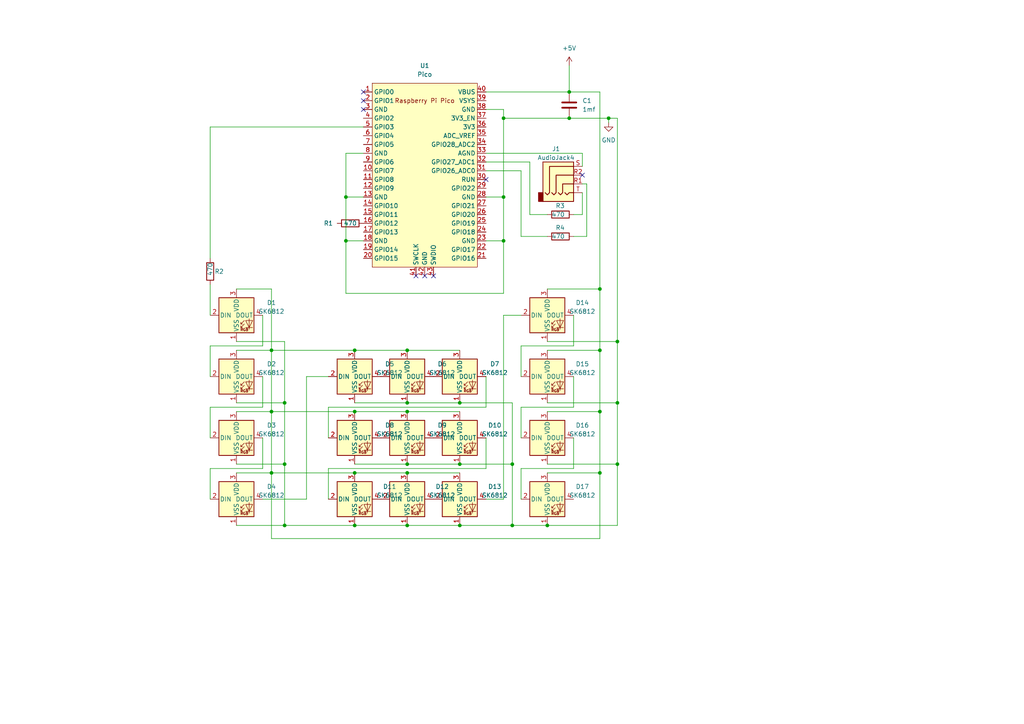
<source format=kicad_sch>
(kicad_sch (version 20230121) (generator eeschema)
  (paper "A4")
  (lib_symbols
    (symbol "Connector_Audio:AudioJack4"
      (property "Reference" "J" (at 0 8.89 0))
      (property "Value" "AudioJack4" (at 0 6.35 0))
      (symbol "AudioJack4_0_1"
        (rectangle (start -6.35 -5.08) (end -7.62 -7.62) (stroke (width 0.254)) (fill (type outline)))
        (polyline (pts (xy 0 -5.08) (xy 0.635 -5.715) (xy 1.27 -5.08) (xy 2.54 -5.08)) (stroke (width 0.254)))
        (polyline (pts (xy -5.715 -5.08) (xy -5.08 -5.715) (xy -4.445 -5.08) (xy -4.445 2.54) (xy 2.54 2.54)) (stroke (width 0.254)))
        (polyline (pts (xy -1.905 -5.08) (xy -1.27 -5.715) (xy -0.635 -5.08) (xy -0.635 -2.54) (xy 2.54 -2.54)) (stroke (width 0.254)))
        (polyline (pts (xy 2.54 0) (xy -2.54 0) (xy -2.54 -5.08) (xy -3.175 -5.715) (xy -3.81 -5.08)) (stroke (width 0.254)))
        (rectangle (start 2.54 3.81) (end -6.35 -7.62) (stroke (width 0.254)) (fill (type background)))
      )
      (symbol "AudioJack4_1_1"
        (pin passive line (at 5.08 -2.54 180) (length 2.54) (name "~") (number "R1"))
        (pin passive line (at 5.08 0 180) (length 2.54) (name "~") (number "R2"))
        (pin passive line (at 5.08 2.54 180) (length 2.54) (name "~") (number "S"))
        (pin passive line (at 5.08 -5.08 180) (length 2.54) (name "~") (number "T"))
      )
    )
    (symbol "Device:C" (pin_numbers hide) (pin_names (offset 0.254))
      (property "Reference" "C" (at 0.635 2.54 0))
      (property "Value" "C" (at 0.635 -2.54 0))
      (symbol "C_0_1"
        (polyline (pts (xy -2.032 -0.762) (xy 2.032 -0.762)) (stroke (width 0.508)))
        (polyline (pts (xy -2.032 0.762) (xy 2.032 0.762)) (stroke (width 0.508)))
      )
      (symbol "C_1_1"
        (pin passive line (at 0 3.81 270) (length 2.794) (name "~") (number "1"))
        (pin passive line (at 0 -3.81 90) (length 2.794) (name "~") (number "2"))
      )
    )
    (symbol "Device:R" (pin_numbers hide) (pin_names (offset 0))
      (property "Reference" "R" (at 2.032 0 90))
      (property "Value" "R" (at 0 0 90))
      (symbol "R_0_1"
        (rectangle (start -1.016 -2.54) (end 1.016 2.54) (stroke (width 0.254)))
      )
      (symbol "R_1_1"
        (pin passive line (at 0 3.81 270) (length 1.27) (name "~") (number "1"))
        (pin passive line (at 0 -3.81 90) (length 1.27) (name "~") (number "2"))
      )
    )
    (symbol "LED:SK6812" (pin_names (offset 0.254))
      (property "Reference" "D" (at 5.08 5.715 0))
      (property "Value" "SK6812" (at 1.27 -5.715 0))
      (symbol "SK6812_0_0"
        (text "RGB" (at 2.286 -4.191 0) (effects (font (size 0.762 0.762))))
      )
      (symbol "SK6812_0_1"
        (polyline (pts (xy 1.27 -3.556) (xy 1.778 -3.556)))
        (polyline (pts (xy 1.27 -2.54) (xy 1.778 -2.54)))
        (polyline (pts (xy 4.699 -3.556) (xy 2.667 -3.556)))
        (polyline (pts (xy 2.286 -2.54) (xy 1.27 -3.556) (xy 1.27 -3.048)))
        (polyline (pts (xy 2.286 -1.524) (xy 1.27 -2.54) (xy 1.27 -2.032)))
        (polyline (pts (xy 3.683 -1.016) (xy 3.683 -3.556) (xy 3.683 -4.064)))
        (polyline (pts (xy 4.699 -1.524) (xy 2.667 -1.524) (xy 3.683 -3.556) (xy 4.699 -1.524)))
        (rectangle (start 5.08 5.08) (end -5.08 -5.08) (stroke (width 0.254)) (fill (type background)))
      )
      (symbol "SK6812_1_1"
        (pin power_in line (at 0 -7.62 90) (length 2.54) (name "VSS") (number "1"))
        (pin input line (at -7.62 0 0) (length 2.54) (name "DIN") (number "2"))
        (pin power_in line (at 0 7.62 270) (length 2.54) (name "VDD") (number "3"))
        (pin output line (at 7.62 0 180) (length 2.54) (name "DOUT") (number "4"))
      )
    )
    (symbol "MCU_RaspberryPi_and_Boards:Pico"
      (property "Reference" "U" (at -13.97 27.94 0))
      (property "Value" "Pico" (at 0 19.05 0))
      (symbol "Pico_0_0"
        (text "Raspberry Pi Pico" (at 0 21.59 0) (effects (font (size 1.27 1.27))))
      )
      (symbol "Pico_0_1"
        (rectangle (start -15.24 26.67) (end 15.24 -26.67) (fill (type background)))
      )
      (symbol "Pico_1_1"
        (pin bidirectional line (at -17.78 24.13 0) (length 2.54) (name "GPIO0") (number "1"))
        (pin bidirectional line (at -17.78 1.27 0) (length 2.54) (name "GPIO7") (number "10"))
        (pin bidirectional line (at -17.78 -1.27 0) (length 2.54) (name "GPIO8") (number "11"))
        (pin bidirectional line (at -17.78 -3.81 0) (length 2.54) (name "GPIO9") (number "12"))
        (pin power_in line (at -17.78 -6.35 0) (length 2.54) (name "GND") (number "13"))
        (pin bidirectional line (at -17.78 -8.89 0) (length 2.54) (name "GPIO10") (number "14"))
        (pin bidirectional line (at -17.78 -11.43 0) (length 2.54) (name "GPIO11") (number "15"))
        (pin bidirectional line (at -17.78 -13.97 0) (length 2.54) (name "GPIO12") (number "16"))
        (pin bidirectional line (at -17.78 -16.51 0) (length 2.54) (name "GPIO13") (number "17"))
        (pin power_in line (at -17.78 -19.05 0) (length 2.54) (name "GND") (number "18"))
        (pin bidirectional line (at -17.78 -21.59 0) (length 2.54) (name "GPIO14") (number "19"))
        (pin bidirectional line (at -17.78 21.59 0) (length 2.54) (name "GPIO1") (number "2"))
        (pin bidirectional line (at -17.78 -24.13 0) (length 2.54) (name "GPIO15") (number "20"))
        (pin bidirectional line (at 17.78 -24.13 180) (length 2.54) (name "GPIO16") (number "21"))
        (pin bidirectional line (at 17.78 -21.59 180) (length 2.54) (name "GPIO17") (number "22"))
        (pin power_in line (at 17.78 -19.05 180) (length 2.54) (name "GND") (number "23"))
        (pin bidirectional line (at 17.78 -16.51 180) (length 2.54) (name "GPIO18") (number "24"))
        (pin bidirectional line (at 17.78 -13.97 180) (length 2.54) (name "GPIO19") (number "25"))
        (pin bidirectional line (at 17.78 -11.43 180) (length 2.54) (name "GPIO20") (number "26"))
        (pin bidirectional line (at 17.78 -8.89 180) (length 2.54) (name "GPIO21") (number "27"))
        (pin power_in line (at 17.78 -6.35 180) (length 2.54) (name "GND") (number "28"))
        (pin bidirectional line (at 17.78 -3.81 180) (length 2.54) (name "GPIO22") (number "29"))
        (pin power_in line (at -17.78 19.05 0) (length 2.54) (name "GND") (number "3"))
        (pin input line (at 17.78 -1.27 180) (length 2.54) (name "RUN") (number "30"))
        (pin bidirectional line (at 17.78 1.27 180) (length 2.54) (name "GPIO26_ADC0") (number "31"))
        (pin bidirectional line (at 17.78 3.81 180) (length 2.54) (name "GPIO27_ADC1") (number "32"))
        (pin power_in line (at 17.78 6.35 180) (length 2.54) (name "AGND") (number "33"))
        (pin bidirectional line (at 17.78 8.89 180) (length 2.54) (name "GPIO28_ADC2") (number "34"))
        (pin power_in line (at 17.78 11.43 180) (length 2.54) (name "ADC_VREF") (number "35"))
        (pin power_in line (at 17.78 13.97 180) (length 2.54) (name "3V3") (number "36"))
        (pin input line (at 17.78 16.51 180) (length 2.54) (name "3V3_EN") (number "37"))
        (pin bidirectional line (at 17.78 19.05 180) (length 2.54) (name "GND") (number "38"))
        (pin power_in line (at 17.78 21.59 180) (length 2.54) (name "VSYS") (number "39"))
        (pin bidirectional line (at -17.78 16.51 0) (length 2.54) (name "GPIO2") (number "4"))
        (pin power_in line (at 17.78 24.13 180) (length 2.54) (name "VBUS") (number "40"))
        (pin input line (at -2.54 -29.21 90) (length 2.54) (name "SWCLK") (number "41"))
        (pin power_in line (at 0 -29.21 90) (length 2.54) (name "GND") (number "42"))
        (pin bidirectional line (at 2.54 -29.21 90) (length 2.54) (name "SWDIO") (number "43"))
        (pin bidirectional line (at -17.78 13.97 0) (length 2.54) (name "GPIO3") (number "5"))
        (pin bidirectional line (at -17.78 11.43 0) (length 2.54) (name "GPIO4") (number "6"))
        (pin bidirectional line (at -17.78 8.89 0) (length 2.54) (name "GPIO5") (number "7"))
        (pin power_in line (at -17.78 6.35 0) (length 2.54) (name "GND") (number "8"))
        (pin bidirectional line (at -17.78 3.81 0) (length 2.54) (name "GPIO6") (number "9"))
      )
    )
    (symbol "power:+5V" (power) (pin_names (offset 0))
      (property "Value" "+5V" (at 0 3.556 0))
      (symbol "+5V_0_1"
        (polyline (pts (xy -0.762 1.27) (xy 0 2.54)))
        (polyline (pts (xy 0 0) (xy 0 2.54)))
        (polyline (pts (xy 0 2.54) (xy 0.762 1.27)))
      )
      (symbol "+5V_1_1"
        (pin power_in line (at 0 0 90) (length 0) hide (name "+5V") (number "1"))
      )
    )
    (symbol "power:GND" (power) (pin_names (offset 0))
      (property "Value" "GND" (at 0 -3.81 0))
      (symbol "GND_0_1"
        (polyline (pts (xy 0 0) (xy 0 -1.27) (xy 1.27 -1.27) (xy 0 -2.54) (xy -1.27 -1.27) (xy 0 -1.27)))
      )
      (symbol "GND_1_1"
        (pin power_in line (at 0 0 270) (length 0) hide (name "GND") (number "1"))
      )
    )
  )
  (junction (at 82.55 116.84))
  (junction (at 165.1 34.29))
  (junction (at 102.87 152.4))
  (junction (at 118.11 116.84))
  (junction (at 78.74 137.16))
  (junction (at 100.33 69.85))
  (junction (at 158.75 152.4))
  (junction (at 146.05 69.85))
  (junction (at 118.11 134.62))
  (junction (at 78.74 119.38))
  (junction (at 133.35 134.62))
  (junction (at 133.35 152.4))
  (junction (at 146.05 34.29))
  (junction (at 78.74 101.6))
  (junction (at 173.99 137.16))
  (junction (at 179.07 99.06))
  (junction (at 173.99 119.38))
  (junction (at 118.11 119.38))
  (junction (at 148.59 152.4))
  (junction (at 118.11 101.6))
  (junction (at 82.55 152.4))
  (junction (at 173.99 101.6))
  (junction (at 165.1 26.67))
  (junction (at 102.87 101.6))
  (junction (at 118.11 152.4))
  (junction (at 100.33 57.15))
  (junction (at 102.87 137.16))
  (junction (at 102.87 119.38))
  (junction (at 173.99 83.82))
  (junction (at 82.55 134.62))
  (junction (at 148.59 134.62))
  (junction (at 179.07 116.84))
  (junction (at 118.11 137.16))
  (junction (at 176.53 34.29))
  (junction (at 179.07 134.62))
  (junction (at 133.35 116.84))
  (junction (at 146.05 57.15))
  (no_connect (at 123.19 80.01))
  (no_connect (at 105.41 26.67))
  (no_connect (at 105.41 29.21))
  (no_connect (at 120.65 80.01))
  (no_connect (at 140.97 52.07))
  (no_connect (at 105.41 31.75))
  (no_connect (at 168.91 50.8))
  (no_connect (at 125.73 80.01))
  (wire (pts (xy 140.97 118.11) (xy 95.25 118.11)))
  (wire (pts (xy 146.05 34.29) (xy 165.1 34.29)))
  (wire (pts (xy 140.97 26.67) (xy 165.1 26.67)))
  (wire (pts (xy 173.99 119.38) (xy 173.99 137.16)))
  (wire (pts (xy 100.33 69.85) (xy 105.41 69.85)))
  (wire (pts (xy 151.13 100.33) (xy 151.13 109.22)))
  (wire (pts (xy 151.13 135.89) (xy 151.13 144.78)))
  (wire (pts (xy 173.99 137.16) (xy 173.99 156.21)))
  (wire (pts (xy 173.99 26.67) (xy 173.99 83.82)))
  (wire (pts (xy 78.74 83.82) (xy 68.58 83.82)))
  (wire (pts (xy 146.05 91.44) (xy 151.13 91.44)))
  (wire (pts (xy 173.99 26.67) (xy 165.1 26.67)))
  (wire (pts (xy 140.97 44.45) (xy 168.91 44.45)))
  (wire (pts (xy 78.74 101.6) (xy 102.87 101.6)))
  (wire (pts (xy 170.18 68.58) (xy 166.37 68.58)))
  (wire (pts (xy 100.33 85.09) (xy 146.05 85.09)))
  (wire (pts (xy 60.96 118.11) (xy 60.96 127)))
  (wire (pts (xy 76.2 100.33) (xy 60.96 100.33)))
  (wire (pts (xy 60.96 100.33) (xy 60.96 109.22)))
  (wire (pts (xy 176.53 34.29) (xy 179.07 34.29)))
  (wire (pts (xy 146.05 69.85) (xy 146.05 57.15)))
  (wire (pts (xy 102.87 137.16) (xy 118.11 137.16)))
  (wire (pts (xy 140.97 144.78) (xy 146.05 144.78)))
  (wire (pts (xy 146.05 144.78) (xy 146.05 91.44)))
  (wire (pts (xy 76.2 109.22) (xy 76.2 118.11)))
  (wire (pts (xy 168.91 44.45) (xy 168.91 48.26)))
  (wire (pts (xy 60.96 82.55) (xy 60.96 91.44)))
  (wire (pts (xy 82.55 152.4) (xy 102.87 152.4)))
  (wire (pts (xy 102.87 152.4) (xy 118.11 152.4)))
  (wire (pts (xy 140.97 69.85) (xy 146.05 69.85)))
  (wire (pts (xy 68.58 99.06) (xy 82.55 99.06)))
  (wire (pts (xy 76.2 118.11) (xy 60.96 118.11)))
  (wire (pts (xy 140.97 135.89) (xy 95.25 135.89)))
  (wire (pts (xy 158.75 101.6) (xy 173.99 101.6)))
  (wire (pts (xy 158.75 116.84) (xy 179.07 116.84)))
  (wire (pts (xy 78.74 101.6) (xy 78.74 119.38)))
  (wire (pts (xy 158.75 62.23) (xy 153.67 62.23)))
  (wire (pts (xy 68.58 101.6) (xy 78.74 101.6)))
  (wire (pts (xy 158.75 152.4) (xy 179.07 152.4)))
  (wire (pts (xy 95.25 118.11) (xy 95.25 127)))
  (wire (pts (xy 68.58 152.4) (xy 82.55 152.4)))
  (wire (pts (xy 102.87 116.84) (xy 118.11 116.84)))
  (wire (pts (xy 165.1 34.29) (xy 176.53 34.29)))
  (wire (pts (xy 78.74 156.21) (xy 78.74 137.16)))
  (wire (pts (xy 133.35 116.84) (xy 148.59 116.84)))
  (wire (pts (xy 82.55 134.62) (xy 82.55 152.4)))
  (wire (pts (xy 168.91 55.88) (xy 168.91 62.23)))
  (wire (pts (xy 158.75 119.38) (xy 173.99 119.38)))
  (wire (pts (xy 173.99 83.82) (xy 173.99 101.6)))
  (wire (pts (xy 140.97 109.22) (xy 140.97 118.11)))
  (wire (pts (xy 78.74 119.38) (xy 78.74 137.16)))
  (wire (pts (xy 78.74 119.38) (xy 102.87 119.38)))
  (wire (pts (xy 76.2 144.78) (xy 88.9 144.78)))
  (wire (pts (xy 148.59 152.4) (xy 158.75 152.4)))
  (wire (pts (xy 88.9 144.78) (xy 88.9 109.22)))
  (wire (pts (xy 165.1 26.67) (xy 165.1 19.05)))
  (wire (pts (xy 158.75 134.62) (xy 179.07 134.62)))
  (wire (pts (xy 118.11 116.84) (xy 133.35 116.84)))
  (wire (pts (xy 102.87 134.62) (xy 118.11 134.62)))
  (wire (pts (xy 168.91 62.23) (xy 166.37 62.23)))
  (wire (pts (xy 151.13 49.53) (xy 140.97 49.53)))
  (wire (pts (xy 68.58 134.62) (xy 82.55 134.62)))
  (wire (pts (xy 153.67 46.99) (xy 153.67 62.23)))
  (wire (pts (xy 133.35 152.4) (xy 148.59 152.4)))
  (wire (pts (xy 76.2 135.89) (xy 60.96 135.89)))
  (wire (pts (xy 173.99 156.21) (xy 78.74 156.21)))
  (wire (pts (xy 100.33 57.15) (xy 105.41 57.15)))
  (wire (pts (xy 118.11 119.38) (xy 133.35 119.38)))
  (wire (pts (xy 179.07 116.84) (xy 179.07 134.62)))
  (wire (pts (xy 68.58 116.84) (xy 82.55 116.84)))
  (wire (pts (xy 140.97 31.75) (xy 146.05 31.75)))
  (wire (pts (xy 170.18 53.34) (xy 170.18 68.58)))
  (wire (pts (xy 60.96 135.89) (xy 60.96 144.78)))
  (wire (pts (xy 68.58 137.16) (xy 78.74 137.16)))
  (wire (pts (xy 146.05 34.29) (xy 146.05 57.15)))
  (wire (pts (xy 118.11 101.6) (xy 133.35 101.6)))
  (wire (pts (xy 179.07 99.06) (xy 179.07 116.84)))
  (wire (pts (xy 118.11 116.84) (xy 118.11 115.57)))
  (wire (pts (xy 153.67 46.99) (xy 140.97 46.99)))
  (wire (pts (xy 118.11 152.4) (xy 133.35 152.4)))
  (wire (pts (xy 166.37 135.89) (xy 151.13 135.89)))
  (wire (pts (xy 100.33 69.85) (xy 100.33 85.09)))
  (wire (pts (xy 60.96 36.83) (xy 105.41 36.83)))
  (wire (pts (xy 166.37 91.44) (xy 166.37 100.33)))
  (wire (pts (xy 166.37 109.22) (xy 166.37 118.11)))
  (wire (pts (xy 148.59 116.84) (xy 148.59 134.62)))
  (wire (pts (xy 118.11 134.62) (xy 133.35 134.62)))
  (wire (pts (xy 166.37 127) (xy 166.37 135.89)))
  (wire (pts (xy 173.99 101.6) (xy 173.99 119.38)))
  (wire (pts (xy 76.2 127) (xy 76.2 135.89)))
  (wire (pts (xy 179.07 134.62) (xy 179.07 152.4)))
  (wire (pts (xy 146.05 31.75) (xy 146.05 34.29)))
  (wire (pts (xy 140.97 127) (xy 140.97 135.89)))
  (wire (pts (xy 100.33 44.45) (xy 105.41 44.45)))
  (wire (pts (xy 76.2 91.44) (xy 76.2 100.33)))
  (wire (pts (xy 102.87 119.38) (xy 118.11 119.38)))
  (wire (pts (xy 151.13 118.11) (xy 151.13 127)))
  (wire (pts (xy 151.13 68.58) (xy 151.13 49.53)))
  (wire (pts (xy 102.87 101.6) (xy 118.11 101.6)))
  (wire (pts (xy 78.74 83.82) (xy 78.74 101.6)))
  (wire (pts (xy 158.75 99.06) (xy 179.07 99.06)))
  (wire (pts (xy 166.37 100.33) (xy 151.13 100.33)))
  (wire (pts (xy 146.05 57.15) (xy 140.97 57.15)))
  (wire (pts (xy 176.53 35.56) (xy 176.53 34.29)))
  (wire (pts (xy 60.96 36.83) (xy 60.96 74.93)))
  (wire (pts (xy 68.58 119.38) (xy 78.74 119.38)))
  (wire (pts (xy 179.07 34.29) (xy 179.07 99.06)))
  (wire (pts (xy 158.75 68.58) (xy 151.13 68.58)))
  (wire (pts (xy 95.25 135.89) (xy 95.25 144.78)))
  (wire (pts (xy 78.74 137.16) (xy 102.87 137.16)))
  (wire (pts (xy 166.37 118.11) (xy 151.13 118.11)))
  (wire (pts (xy 88.9 109.22) (xy 95.25 109.22)))
  (wire (pts (xy 100.33 57.15) (xy 100.33 69.85)))
  (wire (pts (xy 148.59 134.62) (xy 148.59 152.4)))
  (wire (pts (xy 146.05 85.09) (xy 146.05 69.85)))
  (wire (pts (xy 100.33 44.45) (xy 100.33 57.15)))
  (wire (pts (xy 158.75 83.82) (xy 173.99 83.82)))
  (wire (pts (xy 118.11 137.16) (xy 133.35 137.16)))
  (wire (pts (xy 168.91 53.34) (xy 170.18 53.34)))
  (wire (pts (xy 158.75 137.16) (xy 173.99 137.16)))
  (wire (pts (xy 133.35 134.62) (xy 148.59 134.62)))
  (wire (pts (xy 82.55 116.84) (xy 82.55 134.62)))
  (wire (pts (xy 82.55 99.06) (xy 82.55 116.84)))
  (symbol (lib_id "LED:SK6812") (at 133.35 144.78 0) (unit 1)
    (property "Reference" "D13" (at 143.51 141.1321 0))
    (property "Value" "SK6812" (at 143.51 143.6721 0))
    (property "Footprint" "LED_SMD:LED_SK6812_PLCC4_5.0x5.0mm_P3.2mm" (effects hide))
    (property "Datasheet" "https://cdn-shop.adafruit.com/product-files/1138/SK6812+LED+datasheet+.pdf" (effects hide))
  )
  (symbol (lib_id "Device:R") (at 162.56 68.58 90) (unit 1)
    (property "Reference" "R4" (at 163.83 66.04 90) (effects (justify left)))
    (property "Value" "470" (at 163.83 68.58 90) (effects (justify left)))
    (property "Footprint" "Resistor_SMD:R_0805_2012Metric" (effects hide))
  )
  (symbol (lib_id "LED:SK6812") (at 118.11 127 0) (unit 1)
    (property "Reference" "D9" (at 128.27 123.3521 0))
    (property "Value" "SK6812" (at 128.27 125.8921 0))
    (property "Footprint" "LED_SMD:LED_SK6812_PLCC4_5.0x5.0mm_P3.2mm" (effects hide))
    (property "Datasheet" "https://cdn-shop.adafruit.com/product-files/1138/SK6812+LED+datasheet+.pdf" (effects hide))
  )
  (symbol (lib_id "MCU_RaspberryPi_and_Boards:Pico") (at 123.19 50.8 0) (unit 1)
    (property "Reference" "U1" (at 123.19 19.05 0))
    (property "Value" "Pico" (at 123.19 21.59 0))
    (property "Footprint" "MCU_RaspberryPi_and_Boards:RPi_Pico_SMD_TH_Voicebox" (effects hide))
  )
  (symbol (lib_id "LED:SK6812") (at 158.75 91.44 0) (unit 1)
    (property "Reference" "D14" (at 168.91 87.7921 0))
    (property "Value" "SK6812" (at 168.91 90.3321 0))
    (property "Footprint" "LED_SMD:LED_SK6812_PLCC4_5.0x5.0mm_P3.2mm" (effects hide))
    (property "Datasheet" "https://cdn-shop.adafruit.com/product-files/1138/SK6812+LED+datasheet+.pdf" (effects hide))
  )
  (symbol (lib_id "LED:SK6812") (at 158.75 144.78 0) (unit 1)
    (property "Reference" "D17" (at 168.91 141.1321 0))
    (property "Value" "SK6812" (at 168.91 143.6721 0))
    (property "Footprint" "LED_SMD:LED_SK6812_PLCC4_5.0x5.0mm_P3.2mm" (effects hide))
    (property "Datasheet" "https://cdn-shop.adafruit.com/product-files/1138/SK6812+LED+datasheet+.pdf" (effects hide))
  )
  (symbol (lib_id "LED:SK6812") (at 68.58 127 0) (unit 1)
    (property "Reference" "D3" (at 78.74 123.3521 0))
    (property "Value" "SK6812" (at 78.74 125.8921 0))
    (property "Footprint" "LED_SMD:LED_SK6812_PLCC4_5.0x5.0mm_P3.2mm" (effects hide))
    (property "Datasheet" "https://cdn-shop.adafruit.com/product-files/1138/SK6812+LED+datasheet+.pdf" (effects hide))
  )
  (symbol (lib_id "LED:SK6812") (at 118.11 144.78 0) (unit 1)
    (property "Reference" "D12" (at 128.27 141.1321 0))
    (property "Value" "SK6812" (at 128.27 143.6721 0))
    (property "Footprint" "LED_SMD:LED_SK6812_PLCC4_5.0x5.0mm_P3.2mm" (effects hide))
    (property "Datasheet" "https://cdn-shop.adafruit.com/product-files/1138/SK6812+LED+datasheet+.pdf" (effects hide))
  )
  (symbol (lib_id "Device:R") (at 101.6 64.77 90) (unit 1)
    (property "Reference" "R1" (at 95.25 64.77 90))
    (property "Value" "470" (at 101.6 64.77 90))
    (property "Footprint" "Resistor_SMD:R_0805_2012Metric" (effects hide))
  )
  (symbol (lib_id "Device:R") (at 162.56 62.23 90) (unit 1)
    (property "Reference" "R3" (at 163.83 59.69 90) (effects (justify left)))
    (property "Value" "470" (at 163.83 62.23 90) (effects (justify left)))
    (property "Footprint" "Resistor_SMD:R_0805_2012Metric" (effects hide))
  )
  (symbol (lib_id "power:GND") (at 176.53 35.56 0) (unit 1)
    (property "Reference" "#PWR04" (effects hide))
    (property "Value" "GND" (at 176.53 40.64 0))
  )
  (symbol (lib_id "LED:SK6812") (at 158.75 109.22 0) (unit 1)
    (property "Reference" "D15" (at 168.91 105.5721 0))
    (property "Value" "SK6812" (at 168.91 108.1121 0))
    (property "Footprint" "LED_SMD:LED_SK6812_PLCC4_5.0x5.0mm_P3.2mm" (effects hide))
    (property "Datasheet" "https://cdn-shop.adafruit.com/product-files/1138/SK6812+LED+datasheet+.pdf" (effects hide))
  )
  (symbol (lib_id "power:+5V") (at 165.1 19.05 0) (unit 1)
    (property "Reference" "#PWR01" (effects hide))
    (property "Value" "+5V" (at 165.1 13.97 0))
  )
  (symbol (lib_id "LED:SK6812") (at 68.58 91.44 0) (unit 1)
    (property "Reference" "D1" (at 78.74 87.7921 0))
    (property "Value" "SK6812" (at 78.74 90.3321 0))
    (property "Footprint" "LED_SMD:LED_SK6812_PLCC4_5.0x5.0mm_P3.2mm" (effects hide))
    (property "Datasheet" "https://cdn-shop.adafruit.com/product-files/1138/SK6812+LED+datasheet+.pdf" (effects hide))
  )
  (symbol (lib_id "Connector_Audio:AudioJack4") (at 163.83 50.8 0) (unit 1)
    (property "Reference" "J1" (at 161.29 43.18 0))
    (property "Value" "AudioJack4" (at 161.29 45.72 0))
    (property "Footprint" "Connector_Audio:Jack_3.5mm_PJ320D_Horizontal" (effects hide))
  )
  (symbol (lib_id "LED:SK6812") (at 158.75 127 0) (unit 1)
    (property "Reference" "D16" (at 168.91 123.3521 0))
    (property "Value" "SK6812" (at 168.91 125.8921 0))
    (property "Footprint" "LED_SMD:LED_SK6812_PLCC4_5.0x5.0mm_P3.2mm" (effects hide))
    (property "Datasheet" "https://cdn-shop.adafruit.com/product-files/1138/SK6812+LED+datasheet+.pdf" (effects hide))
  )
  (symbol (lib_id "LED:SK6812") (at 68.58 144.78 0) (unit 1)
    (property "Reference" "D4" (at 78.74 141.1321 0))
    (property "Value" "SK6812" (at 78.74 143.6721 0))
    (property "Footprint" "LED_SMD:LED_SK6812_PLCC4_5.0x5.0mm_P3.2mm" (effects hide))
    (property "Datasheet" "https://cdn-shop.adafruit.com/product-files/1138/SK6812+LED+datasheet+.pdf" (effects hide))
  )
  (symbol (lib_id "LED:SK6812") (at 133.35 127 0) (unit 1)
    (property "Reference" "D10" (at 143.51 123.3521 0))
    (property "Value" "SK6812" (at 143.51 125.8921 0))
    (property "Footprint" "LED_SMD:LED_SK6812_PLCC4_5.0x5.0mm_P3.2mm" (effects hide))
    (property "Datasheet" "https://cdn-shop.adafruit.com/product-files/1138/SK6812+LED+datasheet+.pdf" (effects hide))
  )
  (symbol (lib_id "Device:C") (at 165.1 30.48 0) (unit 1)
    (property "Reference" "C1" (at 168.91 29.21 0) (effects (justify left)))
    (property "Value" "1mf" (at 168.91 31.75 0) (effects (justify left)))
    (property "Footprint" "Capacitor_SMD:C_0805_2012Metric" (effects hide))
  )
  (symbol (lib_id "LED:SK6812") (at 102.87 109.22 0) (unit 1)
    (property "Reference" "D5" (at 113.03 105.5721 0))
    (property "Value" "SK6812" (at 113.03 108.1121 0))
    (property "Footprint" "LED_SMD:LED_SK6812_PLCC4_5.0x5.0mm_P3.2mm" (effects hide))
    (property "Datasheet" "https://cdn-shop.adafruit.com/product-files/1138/SK6812+LED+datasheet+.pdf" (effects hide))
  )
  (symbol (lib_id "LED:SK6812") (at 118.11 109.22 0) (unit 1)
    (property "Reference" "D6" (at 128.27 105.5721 0))
    (property "Value" "SK6812" (at 128.27 108.1121 0))
    (property "Footprint" "LED_SMD:LED_SK6812_PLCC4_5.0x5.0mm_P3.2mm" (effects hide))
    (property "Datasheet" "https://cdn-shop.adafruit.com/product-files/1138/SK6812+LED+datasheet+.pdf" (effects hide))
  )
  (symbol (lib_id "LED:SK6812") (at 102.87 127 0) (unit 1)
    (property "Reference" "D8" (at 113.03 123.3521 0))
    (property "Value" "SK6812" (at 113.03 125.8921 0))
    (property "Footprint" "LED_SMD:LED_SK6812_PLCC4_5.0x5.0mm_P3.2mm" (effects hide))
    (property "Datasheet" "https://cdn-shop.adafruit.com/product-files/1138/SK6812+LED+datasheet+.pdf" (effects hide))
  )
  (symbol (lib_id "LED:SK6812") (at 68.58 109.22 0) (unit 1)
    (property "Reference" "D2" (at 78.74 105.5721 0))
    (property "Value" "SK6812" (at 78.74 108.1121 0))
    (property "Footprint" "LED_SMD:LED_SK6812_PLCC4_5.0x5.0mm_P3.2mm" (effects hide))
    (property "Datasheet" "https://cdn-shop.adafruit.com/product-files/1138/SK6812+LED+datasheet+.pdf" (effects hide))
  )
  (symbol (lib_id "Device:R") (at 60.96 78.74 0) (unit 1)
    (property "Reference" "R2" (at 62.23 78.74 0) (effects (justify left)))
    (property "Value" "470" (at 60.96 80.01 90) (effects (justify left)))
    (property "Footprint" "Resistor_SMD:R_0805_2012Metric" (effects hide))
  )
  (symbol (lib_id "LED:SK6812") (at 133.35 109.22 0) (unit 1)
    (property "Reference" "D7" (at 143.51 105.5721 0))
    (property "Value" "SK6812" (at 143.51 108.1121 0))
    (property "Footprint" "LED_SMD:LED_SK6812_PLCC4_5.0x5.0mm_P3.2mm" (effects hide))
    (property "Datasheet" "https://cdn-shop.adafruit.com/product-files/1138/SK6812+LED+datasheet+.pdf" (effects hide))
  )
  (symbol (lib_id "LED:SK6812") (at 102.87 144.78 0) (unit 1)
    (property "Reference" "D11" (at 113.03 141.1321 0))
    (property "Value" "SK6812" (at 113.03 143.6721 0))
    (property "Footprint" "LED_SMD:LED_SK6812_PLCC4_5.0x5.0mm_P3.2mm" (effects hide))
    (property "Datasheet" "https://cdn-shop.adafruit.com/product-files/1138/SK6812+LED+datasheet+.pdf" (effects hide))
  )
)
</source>
